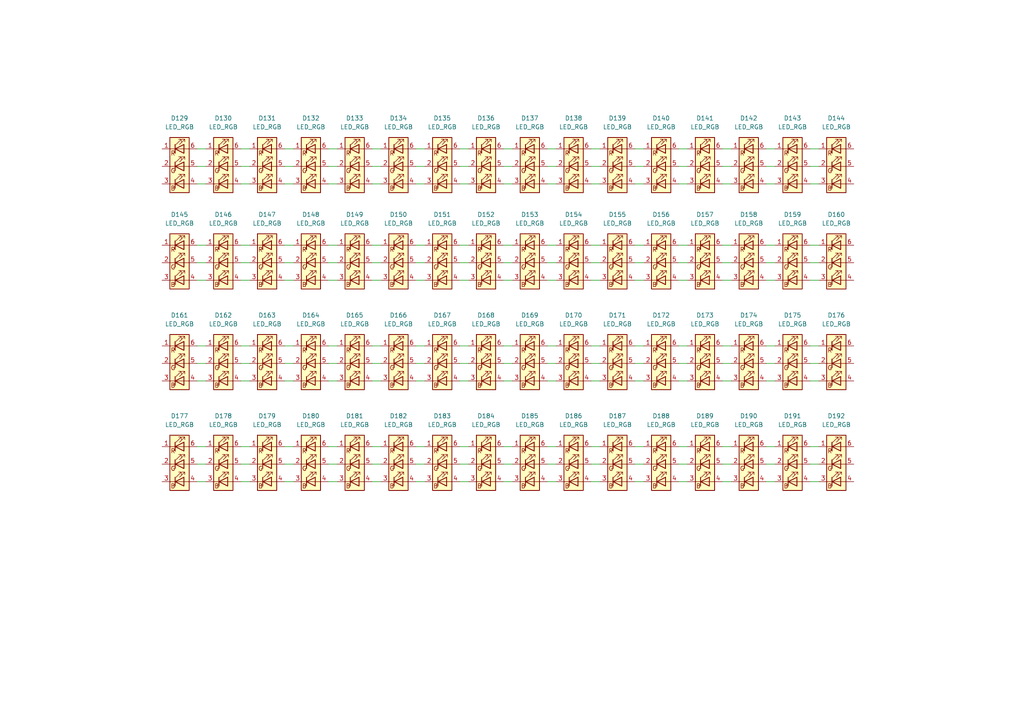
<source format=kicad_sch>
(kicad_sch (version 20250114) (generator "eeschema") (generator_version "9.0")
  (paper "A4")
  (lib_symbols
    (symbol "Device:LED_RGB" (pin_names (offset 0) (hide yes))
      (property "Reference" "D" (at 0 9.398 0))
      (property "Value" "LED_RGB" (at 0 -8.89 0))
      (symbol "LED_RGB_0_0"
        (text "R" (at -1.905 3.81 0) (effects (font (size 1.27 1.27))))
        (text "G" (at -1.905 -1.27 0) (effects (font (size 1.27 1.27))))
        (text "B" (at -1.905 -6.35 0) (effects (font (size 1.27 1.27))))
      )
      (symbol "LED_RGB_0_1"
        (polyline (pts (xy -1.27 6.35) (xy -1.27 3.81)) (stroke (width 0.254)))
        (polyline (pts (xy -1.27 6.35) (xy -1.27 3.81) (xy -1.27 3.81)))
        (polyline (pts (xy -1.27 5.08) (xy -2.54 5.08)))
        (polyline (pts (xy -1.27 5.08) (xy 1.27 5.08)))
        (polyline (pts (xy -1.27 1.27) (xy -1.27 -1.27)) (stroke (width 0.254)))
        (polyline (pts (xy -1.27 1.27) (xy -1.27 -1.27) (xy -1.27 -1.27)))
        (polyline (pts (xy -1.27 0) (xy -2.54 0)))
        (polyline (pts (xy -1.27 -3.81) (xy -1.27 -6.35)) (stroke (width 0.254)))
        (polyline (pts (xy -1.27 -5.08) (xy -2.54 -5.08)))
        (polyline (pts (xy -1.27 -5.08) (xy 1.27 -5.08)))
        (polyline (pts (xy -1.016 6.35) (xy 0.508 7.874) (xy -0.254 7.874) (xy 0.508 7.874) (xy 0.508 7.112)))
        (polyline (pts (xy -1.016 1.27) (xy 0.508 2.794) (xy -0.254 2.794) (xy 0.508 2.794) (xy 0.508 2.032)))
        (polyline (pts (xy -1.016 -3.81) (xy 0.508 -2.286) (xy -0.254 -2.286) (xy 0.508 -2.286) (xy 0.508 -3.048)))
        (polyline (pts (xy 0 6.35) (xy 1.524 7.874) (xy 0.762 7.874) (xy 1.524 7.874) (xy 1.524 7.112)))
        (polyline (pts (xy 0 1.27) (xy 1.524 2.794) (xy 0.762 2.794) (xy 1.524 2.794) (xy 1.524 2.032)))
        (polyline (pts (xy 0 -3.81) (xy 1.524 -2.286) (xy 0.762 -2.286) (xy 1.524 -2.286) (xy 1.524 -3.048)))
        (polyline (pts (xy 1.27 6.35) (xy 1.27 3.81) (xy -1.27 5.08) (xy 1.27 6.35)) (stroke (width 0.254)))
        (rectangle (start 1.27 6.35) (end 1.27 6.35))
        (polyline (pts (xy 1.27 5.08) (xy 2.54 5.08)))
        (rectangle (start 1.27 3.81) (end 1.27 6.35))
        (polyline (pts (xy 1.27 1.27) (xy 1.27 -1.27) (xy -1.27 0) (xy 1.27 1.27)) (stroke (width 0.254)))
        (rectangle (start 1.27 1.27) (end 1.27 1.27))
        (polyline (pts (xy 1.27 0) (xy -1.27 0)))
        (polyline (pts (xy 1.27 0) (xy 2.54 0)))
        (rectangle (start 1.27 -1.27) (end 1.27 1.27))
        (polyline (pts (xy 1.27 -3.81) (xy 1.27 -6.35) (xy -1.27 -5.08) (xy 1.27 -3.81)) (stroke (width 0.254)))
        (polyline (pts (xy 1.27 -5.08) (xy 2.54 -5.08)))
        (rectangle (start 2.794 8.382) (end -2.794 -7.62) (stroke (width 0.254)) (fill (type background)))
      )
      (symbol "LED_RGB_1_1"
        (pin passive line (at -5.08 5.08 0) (length 2.54) (name "RK") (number "1"))
        (pin passive line (at -5.08 0 0) (length 2.54) (name "GK") (number "2"))
        (pin passive line (at -5.08 -5.08 0) (length 2.54) (name "BK") (number "3"))
        (pin passive line (at 5.08 5.08 180) (length 2.54) (name "RA") (number "6"))
        (pin passive line (at 5.08 0 180) (length 2.54) (name "GA") (number "5"))
        (pin passive line (at 5.08 -5.08 180) (length 2.54) (name "BA") (number "4"))
      )
    )
  )
  (wire (pts (xy 148.59 48.26) (xy 146.05 48.26)))
  (wire (pts (xy 97.79 105.41) (xy 95.25 105.41)))
  (wire (pts (xy 97.79 129.54) (xy 95.25 129.54)))
  (wire (pts (xy 85.09 139.7) (xy 82.55 139.7)))
  (wire (pts (xy 161.29 105.41) (xy 158.75 105.41)))
  (wire (pts (xy 237.49 129.54) (xy 234.95 129.54)))
  (wire (pts (xy 148.59 43.18) (xy 146.05 43.18)))
  (wire (pts (xy 59.69 139.7) (xy 57.15 139.7)))
  (wire (pts (xy 72.39 81.28) (xy 69.85 81.28)))
  (wire (pts (xy 173.99 81.28) (xy 171.45 81.28)))
  (wire (pts (xy 148.59 139.7) (xy 146.05 139.7)))
  (wire (pts (xy 135.89 129.54) (xy 133.35 129.54)))
  (wire (pts (xy 186.69 100.33) (xy 184.15 100.33)))
  (wire (pts (xy 135.89 48.26) (xy 133.35 48.26)))
  (wire (pts (xy 237.49 110.49) (xy 234.95 110.49)))
  (wire (pts (xy 85.09 105.41) (xy 82.55 105.41)))
  (wire (pts (xy 161.29 100.33) (xy 158.75 100.33)))
  (wire (pts (xy 85.09 53.34) (xy 82.55 53.34)))
  (wire (pts (xy 161.29 53.34) (xy 158.75 53.34)))
  (wire (pts (xy 173.99 110.49) (xy 171.45 110.49)))
  (wire (pts (xy 224.79 100.33) (xy 222.25 100.33)))
  (wire (pts (xy 237.49 81.28) (xy 234.95 81.28)))
  (wire (pts (xy 224.79 129.54) (xy 222.25 129.54)))
  (wire (pts (xy 97.79 71.12) (xy 95.25 71.12)))
  (wire (pts (xy 97.79 53.34) (xy 95.25 53.34)))
  (wire (pts (xy 237.49 139.7) (xy 234.95 139.7)))
  (wire (pts (xy 59.69 134.62) (xy 57.15 134.62)))
  (wire (pts (xy 59.69 129.54) (xy 57.15 129.54)))
  (wire (pts (xy 85.09 110.49) (xy 82.55 110.49)))
  (wire (pts (xy 161.29 71.12) (xy 158.75 71.12)))
  (wire (pts (xy 110.49 53.34) (xy 107.95 53.34)))
  (wire (pts (xy 237.49 48.26) (xy 234.95 48.26)))
  (wire (pts (xy 123.19 105.41) (xy 120.65 105.41)))
  (wire (pts (xy 224.79 71.12) (xy 222.25 71.12)))
  (wire (pts (xy 135.89 110.49) (xy 133.35 110.49)))
  (wire (pts (xy 212.09 76.2) (xy 209.55 76.2)))
  (wire (pts (xy 110.49 48.26) (xy 107.95 48.26)))
  (wire (pts (xy 85.09 48.26) (xy 82.55 48.26)))
  (wire (pts (xy 123.19 71.12) (xy 120.65 71.12)))
  (wire (pts (xy 186.69 129.54) (xy 184.15 129.54)))
  (wire (pts (xy 123.19 139.7) (xy 120.65 139.7)))
  (wire (pts (xy 161.29 48.26) (xy 158.75 48.26)))
  (wire (pts (xy 123.19 43.18) (xy 120.65 43.18)))
  (wire (pts (xy 72.39 53.34) (xy 69.85 53.34)))
  (wire (pts (xy 186.69 81.28) (xy 184.15 81.28)))
  (wire (pts (xy 199.39 134.62) (xy 196.85 134.62)))
  (wire (pts (xy 97.79 139.7) (xy 95.25 139.7)))
  (wire (pts (xy 161.29 139.7) (xy 158.75 139.7)))
  (wire (pts (xy 224.79 81.28) (xy 222.25 81.28)))
  (wire (pts (xy 123.19 53.34) (xy 120.65 53.34)))
  (wire (pts (xy 186.69 48.26) (xy 184.15 48.26)))
  (wire (pts (xy 212.09 134.62) (xy 209.55 134.62)))
  (wire (pts (xy 97.79 76.2) (xy 95.25 76.2)))
  (wire (pts (xy 148.59 134.62) (xy 146.05 134.62)))
  (wire (pts (xy 148.59 110.49) (xy 146.05 110.49)))
  (wire (pts (xy 59.69 100.33) (xy 57.15 100.33)))
  (wire (pts (xy 161.29 110.49) (xy 158.75 110.49)))
  (wire (pts (xy 212.09 105.41) (xy 209.55 105.41)))
  (wire (pts (xy 199.39 110.49) (xy 196.85 110.49)))
  (wire (pts (xy 199.39 48.26) (xy 196.85 48.26)))
  (wire (pts (xy 72.39 71.12) (xy 69.85 71.12)))
  (wire (pts (xy 85.09 43.18) (xy 82.55 43.18)))
  (wire (pts (xy 173.99 48.26) (xy 171.45 48.26)))
  (wire (pts (xy 110.49 76.2) (xy 107.95 76.2)))
  (wire (pts (xy 212.09 129.54) (xy 209.55 129.54)))
  (wire (pts (xy 148.59 100.33) (xy 146.05 100.33)))
  (wire (pts (xy 110.49 43.18) (xy 107.95 43.18)))
  (wire (pts (xy 212.09 100.33) (xy 209.55 100.33)))
  (wire (pts (xy 135.89 139.7) (xy 133.35 139.7)))
  (wire (pts (xy 59.69 48.26) (xy 57.15 48.26)))
  (wire (pts (xy 173.99 71.12) (xy 171.45 71.12)))
  (wire (pts (xy 72.39 105.41) (xy 69.85 105.41)))
  (wire (pts (xy 173.99 134.62) (xy 171.45 134.62)))
  (wire (pts (xy 110.49 100.33) (xy 107.95 100.33)))
  (wire (pts (xy 224.79 48.26) (xy 222.25 48.26)))
  (wire (pts (xy 199.39 139.7) (xy 196.85 139.7)))
  (wire (pts (xy 110.49 81.28) (xy 107.95 81.28)))
  (wire (pts (xy 135.89 134.62) (xy 133.35 134.62)))
  (wire (pts (xy 199.39 100.33) (xy 196.85 100.33)))
  (wire (pts (xy 173.99 76.2) (xy 171.45 76.2)))
  (wire (pts (xy 59.69 43.18) (xy 57.15 43.18)))
  (wire (pts (xy 212.09 71.12) (xy 209.55 71.12)))
  (wire (pts (xy 135.89 100.33) (xy 133.35 100.33)))
  (wire (pts (xy 186.69 105.41) (xy 184.15 105.41)))
  (wire (pts (xy 186.69 139.7) (xy 184.15 139.7)))
  (wire (pts (xy 135.89 81.28) (xy 133.35 81.28)))
  (wire (pts (xy 161.29 81.28) (xy 158.75 81.28)))
  (wire (pts (xy 186.69 134.62) (xy 184.15 134.62)))
  (wire (pts (xy 123.19 100.33) (xy 120.65 100.33)))
  (wire (pts (xy 110.49 139.7) (xy 107.95 139.7)))
  (wire (pts (xy 59.69 105.41) (xy 57.15 105.41)))
  (wire (pts (xy 135.89 71.12) (xy 133.35 71.12)))
  (wire (pts (xy 72.39 139.7) (xy 69.85 139.7)))
  (wire (pts (xy 161.29 43.18) (xy 158.75 43.18)))
  (wire (pts (xy 173.99 139.7) (xy 171.45 139.7)))
  (wire (pts (xy 85.09 129.54) (xy 82.55 129.54)))
  (wire (pts (xy 123.19 129.54) (xy 120.65 129.54)))
  (wire (pts (xy 59.69 71.12) (xy 57.15 71.12)))
  (wire (pts (xy 237.49 43.18) (xy 234.95 43.18)))
  (wire (pts (xy 85.09 134.62) (xy 82.55 134.62)))
  (wire (pts (xy 224.79 105.41) (xy 222.25 105.41)))
  (wire (pts (xy 135.89 76.2) (xy 133.35 76.2)))
  (wire (pts (xy 212.09 81.28) (xy 209.55 81.28)))
  (wire (pts (xy 212.09 139.7) (xy 209.55 139.7)))
  (wire (pts (xy 123.19 76.2) (xy 120.65 76.2)))
  (wire (pts (xy 59.69 76.2) (xy 57.15 76.2)))
  (wire (pts (xy 237.49 76.2) (xy 234.95 76.2)))
  (wire (pts (xy 85.09 81.28) (xy 82.55 81.28)))
  (wire (pts (xy 59.69 53.34) (xy 57.15 53.34)))
  (wire (pts (xy 199.39 105.41) (xy 196.85 105.41)))
  (wire (pts (xy 161.29 129.54) (xy 158.75 129.54)))
  (wire (pts (xy 85.09 100.33) (xy 82.55 100.33)))
  (wire (pts (xy 186.69 76.2) (xy 184.15 76.2)))
  (wire (pts (xy 173.99 53.34) (xy 171.45 53.34)))
  (wire (pts (xy 148.59 81.28) (xy 146.05 81.28)))
  (wire (pts (xy 97.79 134.62) (xy 95.25 134.62)))
  (wire (pts (xy 148.59 105.41) (xy 146.05 105.41)))
  (wire (pts (xy 110.49 71.12) (xy 107.95 71.12)))
  (wire (pts (xy 135.89 105.41) (xy 133.35 105.41)))
  (wire (pts (xy 237.49 100.33) (xy 234.95 100.33)))
  (wire (pts (xy 135.89 43.18) (xy 133.35 43.18)))
  (wire (pts (xy 110.49 110.49) (xy 107.95 110.49)))
  (wire (pts (xy 85.09 71.12) (xy 82.55 71.12)))
  (wire (pts (xy 173.99 129.54) (xy 171.45 129.54)))
  (wire (pts (xy 173.99 100.33) (xy 171.45 100.33)))
  (wire (pts (xy 224.79 53.34) (xy 222.25 53.34)))
  (wire (pts (xy 161.29 134.62) (xy 158.75 134.62)))
  (wire (pts (xy 212.09 110.49) (xy 209.55 110.49)))
  (wire (pts (xy 148.59 71.12) (xy 146.05 71.12)))
  (wire (pts (xy 72.39 134.62) (xy 69.85 134.62)))
  (wire (pts (xy 97.79 110.49) (xy 95.25 110.49)))
  (wire (pts (xy 72.39 48.26) (xy 69.85 48.26)))
  (wire (pts (xy 212.09 48.26) (xy 209.55 48.26)))
  (wire (pts (xy 199.39 81.28) (xy 196.85 81.28)))
  (wire (pts (xy 212.09 53.34) (xy 209.55 53.34)))
  (wire (pts (xy 186.69 53.34) (xy 184.15 53.34)))
  (wire (pts (xy 237.49 134.62) (xy 234.95 134.62)))
  (wire (pts (xy 97.79 48.26) (xy 95.25 48.26)))
  (wire (pts (xy 199.39 129.54) (xy 196.85 129.54)))
  (wire (pts (xy 97.79 43.18) (xy 95.25 43.18)))
  (wire (pts (xy 110.49 105.41) (xy 107.95 105.41)))
  (wire (pts (xy 123.19 134.62) (xy 120.65 134.62)))
  (wire (pts (xy 199.39 53.34) (xy 196.85 53.34)))
  (wire (pts (xy 123.19 110.49) (xy 120.65 110.49)))
  (wire (pts (xy 72.39 43.18) (xy 69.85 43.18)))
  (wire (pts (xy 110.49 134.62) (xy 107.95 134.62)))
  (wire (pts (xy 148.59 76.2) (xy 146.05 76.2)))
  (wire (pts (xy 237.49 105.41) (xy 234.95 105.41)))
  (wire (pts (xy 72.39 129.54) (xy 69.85 129.54)))
  (wire (pts (xy 161.29 76.2) (xy 158.75 76.2)))
  (wire (pts (xy 224.79 139.7) (xy 222.25 139.7)))
  (wire (pts (xy 97.79 81.28) (xy 95.25 81.28)))
  (wire (pts (xy 110.49 129.54) (xy 107.95 129.54)))
  (wire (pts (xy 224.79 110.49) (xy 222.25 110.49)))
  (wire (pts (xy 148.59 129.54) (xy 146.05 129.54)))
  (wire (pts (xy 97.79 100.33) (xy 95.25 100.33)))
  (wire (pts (xy 237.49 71.12) (xy 234.95 71.12)))
  (wire (pts (xy 186.69 110.49) (xy 184.15 110.49)))
  (wire (pts (xy 123.19 48.26) (xy 120.65 48.26)))
  (wire (pts (xy 85.09 76.2) (xy 82.55 76.2)))
  (wire (pts (xy 199.39 43.18) (xy 196.85 43.18)))
  (wire (pts (xy 199.39 71.12) (xy 196.85 71.12)))
  (wire (pts (xy 173.99 43.18) (xy 171.45 43.18)))
  (wire (pts (xy 224.79 43.18) (xy 222.25 43.18)))
  (wire (pts (xy 212.09 43.18) (xy 209.55 43.18)))
  (wire (pts (xy 199.39 76.2) (xy 196.85 76.2)))
  (wire (pts (xy 186.69 71.12) (xy 184.15 71.12)))
  (wire (pts (xy 135.89 53.34) (xy 133.35 53.34)))
  (wire (pts (xy 72.39 110.49) (xy 69.85 110.49)))
  (wire (pts (xy 173.99 105.41) (xy 171.45 105.41)))
  (wire (pts (xy 72.39 76.2) (xy 69.85 76.2)))
  (wire (pts (xy 224.79 76.2) (xy 222.25 76.2)))
  (wire (pts (xy 148.59 53.34) (xy 146.05 53.34)))
  (wire (pts (xy 123.19 81.28) (xy 120.65 81.28)))
  (wire (pts (xy 224.79 134.62) (xy 222.25 134.62)))
  (wire (pts (xy 59.69 110.49) (xy 57.15 110.49)))
  (wire (pts (xy 237.49 53.34) (xy 234.95 53.34)))
  (wire (pts (xy 186.69 43.18) (xy 184.15 43.18)))
  (wire (pts (xy 59.69 81.28) (xy 57.15 81.28)))
  (wire (pts (xy 72.39 100.33) (xy 69.85 100.33)))
  (symbol (lib_id "Device:LED_RGB") (at 204.47 134.62 0) (unit 1)
    (property "Reference" "D189" (at 204.47 120.65 0))
    (property "Value" "LED_RGB" (at 204.47 123.19 0))
    (property "Description" "RGB LED, 6 pin package" (effects (hide yes)))
  )
  (symbol (lib_id "Device:LED_RGB") (at 128.27 48.26 0) (unit 1)
    (property "Reference" "D135" (at 128.27 34.29 0))
    (property "Value" "LED_RGB" (at 128.27 36.83 0))
    (property "Description" "RGB LED, 6 pin package" (effects (hide yes)))
  )
  (symbol (lib_id "Device:LED_RGB") (at 191.77 76.2 0) (unit 1)
    (property "Reference" "D156" (at 191.77 62.23 0))
    (property "Value" "LED_RGB" (at 191.77 64.77 0))
    (property "Description" "RGB LED, 6 pin package" (effects (hide yes)))
  )
  (symbol (lib_id "Device:LED_RGB") (at 77.47 105.41 0) (unit 1)
    (property "Reference" "D163" (at 77.47 91.44 0))
    (property "Value" "LED_RGB" (at 77.47 93.98 0))
    (property "Description" "RGB LED, 6 pin package" (effects (hide yes)))
  )
  (symbol (lib_id "Device:LED_RGB") (at 204.47 76.2 0) (unit 1)
    (property "Reference" "D157" (at 204.47 62.23 0))
    (property "Value" "LED_RGB" (at 204.47 64.77 0))
    (property "Description" "RGB LED, 6 pin package" (effects (hide yes)))
  )
  (symbol (lib_id "Device:LED_RGB") (at 102.87 134.62 0) (unit 1)
    (property "Reference" "D181" (at 102.87 120.65 0))
    (property "Value" "LED_RGB" (at 102.87 123.19 0))
    (property "Description" "RGB LED, 6 pin package" (effects (hide yes)))
  )
  (symbol (lib_id "Device:LED_RGB") (at 166.37 48.26 0) (unit 1)
    (property "Reference" "D138" (at 166.37 34.29 0))
    (property "Value" "LED_RGB" (at 166.37 36.83 0))
    (property "Description" "RGB LED, 6 pin package" (effects (hide yes)))
  )
  (symbol (lib_id "Device:LED_RGB") (at 90.17 76.2 0) (unit 1)
    (property "Reference" "D148" (at 90.17 62.23 0))
    (property "Value" "LED_RGB" (at 90.17 64.77 0))
    (property "Description" "RGB LED, 6 pin package" (effects (hide yes)))
  )
  (symbol (lib_id "Device:LED_RGB") (at 90.17 48.26 0) (unit 1)
    (property "Reference" "D132" (at 90.17 34.29 0))
    (property "Value" "LED_RGB" (at 90.17 36.83 0))
    (property "Description" "RGB LED, 6 pin package" (effects (hide yes)))
  )
  (symbol (lib_id "Device:LED_RGB") (at 64.77 105.41 0) (unit 1)
    (property "Reference" "D162" (at 64.77 91.44 0))
    (property "Value" "LED_RGB" (at 64.77 93.98 0))
    (property "Description" "RGB LED, 6 pin package" (effects (hide yes)))
  )
  (symbol (lib_id "Device:LED_RGB") (at 102.87 76.2 0) (unit 1)
    (property "Reference" "D149" (at 102.87 62.23 0))
    (property "Value" "LED_RGB" (at 102.87 64.77 0))
    (property "Description" "RGB LED, 6 pin package" (effects (hide yes)))
  )
  (symbol (lib_id "Device:LED_RGB") (at 242.57 134.62 0) (unit 1)
    (property "Reference" "D192" (at 242.57 120.65 0))
    (property "Value" "LED_RGB" (at 242.57 123.19 0))
    (property "Description" "RGB LED, 6 pin package" (effects (hide yes)))
  )
  (symbol (lib_id "Device:LED_RGB") (at 77.47 76.2 0) (unit 1)
    (property "Reference" "D147" (at 77.47 62.23 0))
    (property "Value" "LED_RGB" (at 77.47 64.77 0))
    (property "Description" "RGB LED, 6 pin package" (effects (hide yes)))
  )
  (symbol (lib_id "Device:LED_RGB") (at 115.57 76.2 0) (unit 1)
    (property "Reference" "D150" (at 115.57 62.23 0))
    (property "Value" "LED_RGB" (at 115.57 64.77 0))
    (property "Description" "RGB LED, 6 pin package" (effects (hide yes)))
  )
  (symbol (lib_id "Device:LED_RGB") (at 217.17 134.62 0) (unit 1)
    (property "Reference" "D190" (at 217.17 120.65 0))
    (property "Value" "LED_RGB" (at 217.17 123.19 0))
    (property "Description" "RGB LED, 6 pin package" (effects (hide yes)))
  )
  (symbol (lib_id "Device:LED_RGB") (at 52.07 48.26 0) (unit 1)
    (property "Reference" "D129" (at 52.07 34.29 0))
    (property "Value" "LED_RGB" (at 52.07 36.83 0))
    (property "Description" "RGB LED, 6 pin package" (effects (hide yes)))
  )
  (symbol (lib_id "Device:LED_RGB") (at 115.57 134.62 0) (unit 1)
    (property "Reference" "D182" (at 115.57 120.65 0))
    (property "Value" "LED_RGB" (at 115.57 123.19 0))
    (property "Description" "RGB LED, 6 pin package" (effects (hide yes)))
  )
  (symbol (lib_id "Device:LED_RGB") (at 166.37 105.41 0) (unit 1)
    (property "Reference" "D170" (at 166.37 91.44 0))
    (property "Value" "LED_RGB" (at 166.37 93.98 0))
    (property "Description" "RGB LED, 6 pin package" (effects (hide yes)))
  )
  (symbol (lib_id "Device:LED_RGB") (at 102.87 48.26 0) (unit 1)
    (property "Reference" "D133" (at 102.87 34.29 0))
    (property "Value" "LED_RGB" (at 102.87 36.83 0))
    (property "Description" "RGB LED, 6 pin package" (effects (hide yes)))
  )
  (symbol (lib_id "Device:LED_RGB") (at 179.07 105.41 0) (unit 1)
    (property "Reference" "D171" (at 179.07 91.44 0))
    (property "Value" "LED_RGB" (at 179.07 93.98 0))
    (property "Description" "RGB LED, 6 pin package" (effects (hide yes)))
  )
  (symbol (lib_id "Device:LED_RGB") (at 242.57 105.41 0) (unit 1)
    (property "Reference" "D176" (at 242.57 91.44 0))
    (property "Value" "LED_RGB" (at 242.57 93.98 0))
    (property "Description" "RGB LED, 6 pin package" (effects (hide yes)))
  )
  (symbol (lib_id "Device:LED_RGB") (at 140.97 76.2 0) (unit 1)
    (property "Reference" "D152" (at 140.97 62.23 0))
    (property "Value" "LED_RGB" (at 140.97 64.77 0))
    (property "Description" "RGB LED, 6 pin package" (effects (hide yes)))
  )
  (symbol (lib_id "Device:LED_RGB") (at 115.57 105.41 0) (unit 1)
    (property "Reference" "D166" (at 115.57 91.44 0))
    (property "Value" "LED_RGB" (at 115.57 93.98 0))
    (property "Description" "RGB LED, 6 pin package" (effects (hide yes)))
  )
  (symbol (lib_id "Device:LED_RGB") (at 90.17 134.62 0) (unit 1)
    (property "Reference" "D180" (at 90.17 120.65 0))
    (property "Value" "LED_RGB" (at 90.17 123.19 0))
    (property "Description" "RGB LED, 6 pin package" (effects (hide yes)))
  )
  (symbol (lib_id "Device:LED_RGB") (at 204.47 48.26 0) (unit 1)
    (property "Reference" "D141" (at 204.47 34.29 0))
    (property "Value" "LED_RGB" (at 204.47 36.83 0))
    (property "Description" "RGB LED, 6 pin package" (effects (hide yes)))
  )
  (symbol (lib_id "Device:LED_RGB") (at 179.07 134.62 0) (unit 1)
    (property "Reference" "D187" (at 179.07 120.65 0))
    (property "Value" "LED_RGB" (at 179.07 123.19 0))
    (property "Description" "RGB LED, 6 pin package" (effects (hide yes)))
  )
  (symbol (lib_id "Device:LED_RGB") (at 166.37 76.2 0) (unit 1)
    (property "Reference" "D154" (at 166.37 62.23 0))
    (property "Value" "LED_RGB" (at 166.37 64.77 0))
    (property "Description" "RGB LED, 6 pin package" (effects (hide yes)))
  )
  (symbol (lib_id "Device:LED_RGB") (at 217.17 76.2 0) (unit 1)
    (property "Reference" "D158" (at 217.17 62.23 0))
    (property "Value" "LED_RGB" (at 217.17 64.77 0))
    (property "Description" "RGB LED, 6 pin package" (effects (hide yes)))
  )
  (symbol (lib_id "Device:LED_RGB") (at 64.77 134.62 0) (unit 1)
    (property "Reference" "D178" (at 64.77 120.65 0))
    (property "Value" "LED_RGB" (at 64.77 123.19 0))
    (property "Description" "RGB LED, 6 pin package" (effects (hide yes)))
  )
  (symbol (lib_id "Device:LED_RGB") (at 229.87 134.62 0) (unit 1)
    (property "Reference" "D191" (at 229.87 120.65 0))
    (property "Value" "LED_RGB" (at 229.87 123.19 0))
    (property "Description" "RGB LED, 6 pin package" (effects (hide yes)))
  )
  (symbol (lib_id "Device:LED_RGB") (at 179.07 76.2 0) (unit 1)
    (property "Reference" "D155" (at 179.07 62.23 0))
    (property "Value" "LED_RGB" (at 179.07 64.77 0))
    (property "Description" "RGB LED, 6 pin package" (effects (hide yes)))
  )
  (symbol (lib_id "Device:LED_RGB") (at 140.97 134.62 0) (unit 1)
    (property "Reference" "D184" (at 140.97 120.65 0))
    (property "Value" "LED_RGB" (at 140.97 123.19 0))
    (property "Description" "RGB LED, 6 pin package" (effects (hide yes)))
  )
  (symbol (lib_id "Device:LED_RGB") (at 128.27 134.62 0) (unit 1)
    (property "Reference" "D183" (at 128.27 120.65 0))
    (property "Value" "LED_RGB" (at 128.27 123.19 0))
    (property "Description" "RGB LED, 6 pin package" (effects (hide yes)))
  )
  (symbol (lib_id "Device:LED_RGB") (at 217.17 105.41 0) (unit 1)
    (property "Reference" "D174" (at 217.17 91.44 0))
    (property "Value" "LED_RGB" (at 217.17 93.98 0))
    (property "Description" "RGB LED, 6 pin package" (effects (hide yes)))
  )
  (symbol (lib_id "Device:LED_RGB") (at 52.07 105.41 0) (unit 1)
    (property "Reference" "D161" (at 52.07 91.44 0))
    (property "Value" "LED_RGB" (at 52.07 93.98 0))
    (property "Description" "RGB LED, 6 pin package" (effects (hide yes)))
  )
  (symbol (lib_id "Device:LED_RGB") (at 52.07 134.62 0) (unit 1)
    (property "Reference" "D177" (at 52.07 120.65 0))
    (property "Value" "LED_RGB" (at 52.07 123.19 0))
    (property "Description" "RGB LED, 6 pin package" (effects (hide yes)))
  )
  (symbol (lib_id "Device:LED_RGB") (at 153.67 134.62 0) (unit 1)
    (property "Reference" "D185" (at 153.67 120.65 0))
    (property "Value" "LED_RGB" (at 153.67 123.19 0))
    (property "Description" "RGB LED, 6 pin package" (effects (hide yes)))
  )
  (symbol (lib_id "Device:LED_RGB") (at 102.87 105.41 0) (unit 1)
    (property "Reference" "D165" (at 102.87 91.44 0))
    (property "Value" "LED_RGB" (at 102.87 93.98 0))
    (property "Description" "RGB LED, 6 pin package" (effects (hide yes)))
  )
  (symbol (lib_id "Device:LED_RGB") (at 191.77 134.62 0) (unit 1)
    (property "Reference" "D188" (at 191.77 120.65 0))
    (property "Value" "LED_RGB" (at 191.77 123.19 0))
    (property "Description" "RGB LED, 6 pin package" (effects (hide yes)))
  )
  (symbol (lib_id "Device:LED_RGB") (at 179.07 48.26 0) (unit 1)
    (property "Reference" "D139" (at 179.07 34.29 0))
    (property "Value" "LED_RGB" (at 179.07 36.83 0))
    (property "Description" "RGB LED, 6 pin package" (effects (hide yes)))
  )
  (symbol (lib_id "Device:LED_RGB") (at 166.37 134.62 0) (unit 1)
    (property "Reference" "D186" (at 166.37 120.65 0))
    (property "Value" "LED_RGB" (at 166.37 123.19 0))
    (property "Description" "RGB LED, 6 pin package" (effects (hide yes)))
  )
  (symbol (lib_id "Device:LED_RGB") (at 153.67 48.26 0) (unit 1)
    (property "Reference" "D137" (at 153.67 34.29 0))
    (property "Value" "LED_RGB" (at 153.67 36.83 0))
    (property "Description" "RGB LED, 6 pin package" (effects (hide yes)))
  )
  (symbol (lib_id "Device:LED_RGB") (at 115.57 48.26 0) (unit 1)
    (property "Reference" "D134" (at 115.57 34.29 0))
    (property "Value" "LED_RGB" (at 115.57 36.83 0))
    (property "Description" "RGB LED, 6 pin package" (effects (hide yes)))
  )
  (symbol (lib_id "Device:LED_RGB") (at 77.47 48.26 0) (unit 1)
    (property "Reference" "D131" (at 77.47 34.29 0))
    (property "Value" "LED_RGB" (at 77.47 36.83 0))
    (property "Description" "RGB LED, 6 pin package" (effects (hide yes)))
  )
  (symbol (lib_id "Device:LED_RGB") (at 229.87 76.2 0) (unit 1)
    (property "Reference" "D159" (at 229.87 62.23 0))
    (property "Value" "LED_RGB" (at 229.87 64.77 0))
    (property "Description" "RGB LED, 6 pin package" (effects (hide yes)))
  )
  (symbol (lib_id "Device:LED_RGB") (at 229.87 105.41 0) (unit 1)
    (property "Reference" "D175" (at 229.87 91.44 0))
    (property "Value" "LED_RGB" (at 229.87 93.98 0))
    (property "Description" "RGB LED, 6 pin package" (effects (hide yes)))
  )
  (symbol (lib_id "Device:LED_RGB") (at 229.87 48.26 0) (unit 1)
    (property "Reference" "D143" (at 229.87 34.29 0))
    (property "Value" "LED_RGB" (at 229.87 36.83 0))
    (property "Description" "RGB LED, 6 pin package" (effects (hide yes)))
  )
  (symbol (lib_id "Device:LED_RGB") (at 242.57 76.2 0) (unit 1)
    (property "Reference" "D160" (at 242.57 62.23 0))
    (property "Value" "LED_RGB" (at 242.57 64.77 0))
    (property "Description" "RGB LED, 6 pin package" (effects (hide yes)))
  )
  (symbol (lib_id "Device:LED_RGB") (at 140.97 48.26 0) (unit 1)
    (property "Reference" "D136" (at 140.97 34.29 0))
    (property "Value" "LED_RGB" (at 140.97 36.83 0))
    (property "Description" "RGB LED, 6 pin package" (effects (hide yes)))
  )
  (symbol (lib_id "Device:LED_RGB") (at 128.27 76.2 0) (unit 1)
    (property "Reference" "D151" (at 128.27 62.23 0))
    (property "Value" "LED_RGB" (at 128.27 64.77 0))
    (property "Description" "RGB LED, 6 pin package" (effects (hide yes)))
  )
  (symbol (lib_id "Device:LED_RGB") (at 153.67 105.41 0) (unit 1)
    (property "Reference" "D169" (at 153.67 91.44 0))
    (property "Value" "LED_RGB" (at 153.67 93.98 0))
    (property "Description" "RGB LED, 6 pin package" (effects (hide yes)))
  )
  (symbol (lib_id "Device:LED_RGB") (at 242.57 48.26 0) (unit 1)
    (property "Reference" "D144" (at 242.57 34.29 0))
    (property "Value" "LED_RGB" (at 242.57 36.83 0))
    (property "Description" "RGB LED, 6 pin package" (effects (hide yes)))
  )
  (symbol (lib_id "Device:LED_RGB") (at 204.47 105.41 0) (unit 1)
    (property "Reference" "D173" (at 204.47 91.44 0))
    (property "Value" "LED_RGB" (at 204.47 93.98 0))
    (property "Description" "RGB LED, 6 pin package" (effects (hide yes)))
  )
  (symbol (lib_id "Device:LED_RGB") (at 77.47 134.62 0) (unit 1)
    (property "Reference" "D179" (at 77.47 120.65 0))
    (property "Value" "LED_RGB" (at 77.47 123.19 0))
    (property "Description" "RGB LED, 6 pin package" (effects (hide yes)))
  )
  (symbol (lib_id "Device:LED_RGB") (at 191.77 48.26 0) (unit 1)
    (property "Reference" "D140" (at 191.77 34.29 0))
    (property "Value" "LED_RGB" (at 191.77 36.83 0))
    (property "Description" "RGB LED, 6 pin package" (effects (hide yes)))
  )
  (symbol (lib_id "Device:LED_RGB") (at 128.27 105.41 0) (unit 1)
    (property "Reference" "D167" (at 128.27 91.44 0))
    (property "Value" "LED_RGB" (at 128.27 93.98 0))
    (property "Description" "RGB LED, 6 pin package" (effects (hide yes)))
  )
  (symbol (lib_id "Device:LED_RGB") (at 191.77 105.41 0) (unit 1)
    (property "Reference" "D172" (at 191.77 91.44 0))
    (property "Value" "LED_RGB" (at 191.77 93.98 0))
    (property "Description" "RGB LED, 6 pin package" (effects (hide yes)))
  )
  (symbol (lib_id "Device:LED_RGB") (at 64.77 76.2 0) (unit 1)
    (property "Reference" "D146" (at 64.77 62.23 0))
    (property "Value" "LED_RGB" (at 64.77 64.77 0))
    (property "Description" "RGB LED, 6 pin package" (effects (hide yes)))
  )
  (symbol (lib_id "Device:LED_RGB") (at 153.67 76.2 0) (unit 1)
    (property "Reference" "D153" (at 153.67 62.23 0))
    (property "Value" "LED_RGB" (at 153.67 64.77 0))
    (property "Description" "RGB LED, 6 pin package" (effects (hide yes)))
  )
  (symbol (lib_id "Device:LED_RGB") (at 90.17 105.41 0) (unit 1)
    (property "Reference" "D164" (at 90.17 91.44 0))
    (property "Value" "LED_RGB" (at 90.17 93.98 0))
    (property "Description" "RGB LED, 6 pin package" (effects (hide yes)))
  )
  (symbol (lib_id "Device:LED_RGB") (at 140.97 105.41 0) (unit 1)
    (property "Reference" "D168" (at 140.97 91.44 0))
    (property "Value" "LED_RGB" (at 140.97 93.98 0))
    (property "Description" "RGB LED, 6 pin package" (effects (hide yes)))
  )
  (symbol (lib_id "Device:LED_RGB") (at 217.17 48.26 0) (unit 1)
    (property "Reference" "D142" (at 217.17 34.29 0))
    (property "Value" "LED_RGB" (at 217.17 36.83 0))
    (property "Description" "RGB LED, 6 pin package" (effects (hide yes)))
  )
  (symbol (lib_id "Device:LED_RGB") (at 52.07 76.2 0) (unit 1)
    (property "Reference" "D145" (at 52.07 62.23 0))
    (property "Value" "LED_RGB" (at 52.07 64.77 0))
    (property "Description" "RGB LED, 6 pin package" (effects (hide yes)))
  )
  (symbol (lib_id "Device:LED_RGB") (at 64.77 48.26 0) (unit 1)
    (property "Reference" "D130" (at 64.77 34.29 0))
    (property "Value" "LED_RGB" (at 64.77 36.83 0))
    (property "Description" "RGB LED, 6 pin package" (effects (hide yes)))
  )
)
</source>
